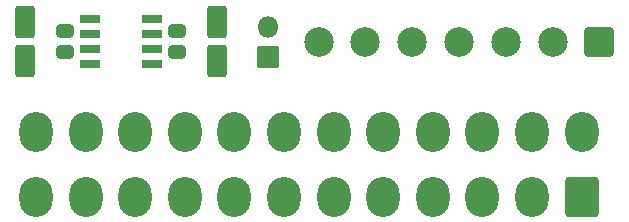
<source format=gbr>
G04 #@! TF.GenerationSoftware,KiCad,Pcbnew,(6.0.0-0)*
G04 #@! TF.CreationDate,2022-02-20T16:40:44-06:00*
G04 #@! TF.ProjectId,mactxlc,6d616374-786c-4632-9e6b-696361645f70,rev?*
G04 #@! TF.SameCoordinates,Original*
G04 #@! TF.FileFunction,Soldermask,Top*
G04 #@! TF.FilePolarity,Negative*
%FSLAX46Y46*%
G04 Gerber Fmt 4.6, Leading zero omitted, Abs format (unit mm)*
G04 Created by KiCad (PCBNEW (6.0.0-0)) date 2022-02-20 16:40:44*
%MOMM*%
%LPD*%
G01*
G04 APERTURE LIST*
G04 Aperture macros list*
%AMRoundRect*
0 Rectangle with rounded corners*
0 $1 Rounding radius*
0 $2 $3 $4 $5 $6 $7 $8 $9 X,Y pos of 4 corners*
0 Add a 4 corners polygon primitive as box body*
4,1,4,$2,$3,$4,$5,$6,$7,$8,$9,$2,$3,0*
0 Add four circle primitives for the rounded corners*
1,1,$1+$1,$2,$3*
1,1,$1+$1,$4,$5*
1,1,$1+$1,$6,$7*
1,1,$1+$1,$8,$9*
0 Add four rect primitives between the rounded corners*
20,1,$1+$1,$2,$3,$4,$5,0*
20,1,$1+$1,$4,$5,$6,$7,0*
20,1,$1+$1,$6,$7,$8,$9,0*
20,1,$1+$1,$8,$9,$2,$3,0*%
G04 Aperture macros list end*
%ADD10RoundRect,0.301001X0.949999X0.949999X-0.949999X0.949999X-0.949999X-0.949999X0.949999X-0.949999X0*%
%ADD11C,2.502000*%
%ADD12RoundRect,0.301000X0.550000X-1.075000X0.550000X1.075000X-0.550000X1.075000X-0.550000X-1.075000X0*%
%ADD13RoundRect,0.201000X0.675000X0.150000X-0.675000X0.150000X-0.675000X-0.150000X0.675000X-0.150000X0*%
%ADD14RoundRect,0.301000X0.450000X-0.262500X0.450000X0.262500X-0.450000X0.262500X-0.450000X-0.262500X0*%
%ADD15RoundRect,0.302100X1.098900X1.398900X-1.098900X1.398900X-1.098900X-1.398900X1.098900X-1.398900X0*%
%ADD16O,2.802000X3.402000*%
%ADD17RoundRect,0.051000X0.850000X0.850000X-0.850000X0.850000X-0.850000X-0.850000X0.850000X-0.850000X0*%
%ADD18O,1.802000X1.802000*%
G04 APERTURE END LIST*
D10*
X257025000Y-51950000D03*
D11*
X253065000Y-51950000D03*
X249105000Y-51950000D03*
X245145000Y-51950000D03*
X241185000Y-51950000D03*
X237225000Y-51950000D03*
X233265000Y-51950000D03*
D12*
X224680000Y-50225000D03*
X224680000Y-53575000D03*
D13*
X219165000Y-53805000D03*
X219165000Y-52535000D03*
X219165000Y-51265000D03*
X219165000Y-49995000D03*
X213915000Y-49995000D03*
X213915000Y-51265000D03*
X213915000Y-52535000D03*
X213915000Y-53805000D03*
D14*
X211820000Y-52812500D03*
X211820000Y-50987500D03*
X221260000Y-52812500D03*
X221260000Y-50987500D03*
D12*
X208400000Y-53575000D03*
X208400000Y-50225000D03*
D15*
X255524000Y-65024000D03*
D16*
X251324000Y-65024000D03*
X247124000Y-65024000D03*
X242924000Y-65024000D03*
X238724000Y-65024000D03*
X234524000Y-65024000D03*
X230324000Y-65024000D03*
X226124000Y-65024000D03*
X221924000Y-65024000D03*
X217724000Y-65024000D03*
X213524000Y-65024000D03*
X209324000Y-65024000D03*
X255524000Y-59524000D03*
X251324000Y-59524000D03*
X247124000Y-59524000D03*
X242924000Y-59524000D03*
X238724000Y-59524000D03*
X234524000Y-59524000D03*
X230324000Y-59524000D03*
X226124000Y-59524000D03*
X221924000Y-59524000D03*
X217724000Y-59524000D03*
X213524000Y-59524000D03*
X209324000Y-59524000D03*
D17*
X228950000Y-53175000D03*
D18*
X228950000Y-50635000D03*
M02*

</source>
